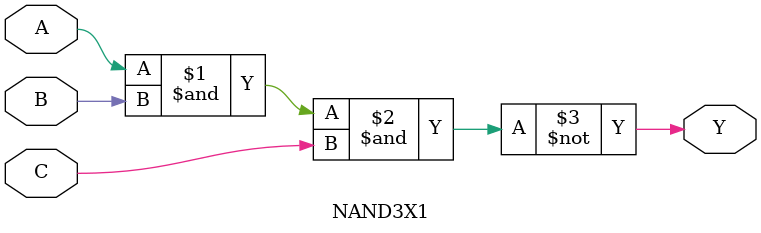
<source format=v>


module NAND3X1 (A, B, C, Y);
	input A, B, C;
	output Y;

	assign Y = ~(A & B & C);

endmodule

</source>
